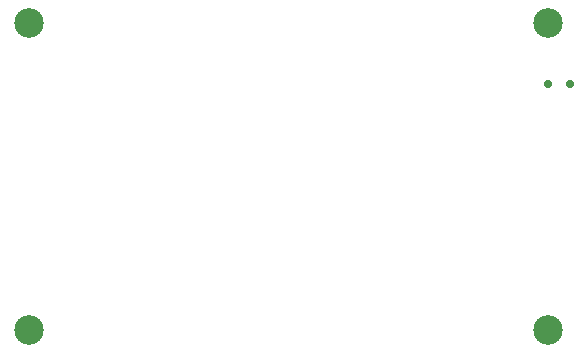
<source format=gbr>
%TF.GenerationSoftware,Altium Limited,Altium Designer,20.1.8 (145)*%
G04 Layer_Color=0*
%FSLAX45Y45*%
%MOMM*%
%TF.SameCoordinates,7C767931-0862-4B48-A7A2-9337087A75ED*%
%TF.FilePolarity,Positive*%
%TF.FileFunction,NonPlated,1,4,NPTH,Drill*%
%TF.Part,Single*%
G01*
G75*
%TA.AperFunction,OtherDrill,Pad Free-1 (3mm,3mm)*%
%ADD77C,2.50000*%
%TA.AperFunction,ComponentDrill*%
%ADD78C,0.70000*%
%TA.AperFunction,OtherDrill,Pad Free-1 (47mm,3mm)*%
%ADD79C,2.50000*%
%TA.AperFunction,OtherDrill,Pad Free-1 (47mm,29mm)*%
%ADD80C,2.50000*%
%TA.AperFunction,OtherDrill,Pad Free-1 (3mm,29mm)*%
%ADD81C,2.50000*%
D77*
X300000Y300000D02*
D03*
D78*
X4880016Y2380000D02*
D03*
X4700016D02*
D03*
D79*
X4700000Y300000D02*
D03*
D80*
Y2900000D02*
D03*
D81*
X300000D02*
D03*
%TF.MD5,2c8d0564e31b877be39c0098383bc761*%
M02*

</source>
